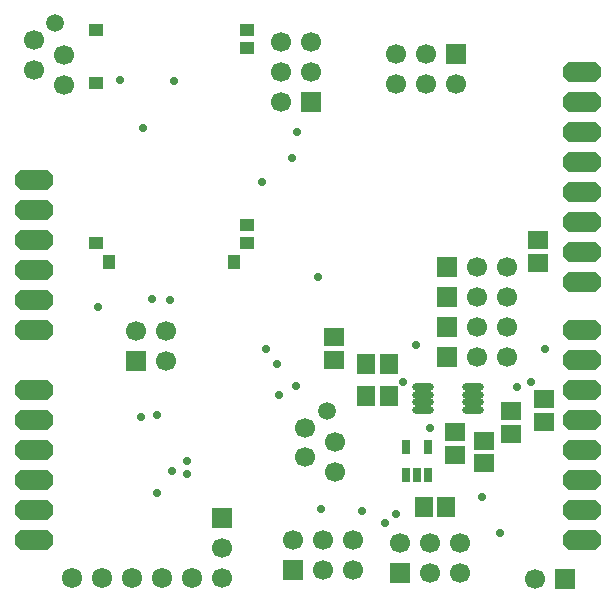
<source format=gbs>
%FSAX42Y42*%
%MOMM*%
G71*
G01*
G75*
G04 Layer_Color=16711935*
%ADD10R,1.70X1.70*%
%ADD11O,0.65X0.20*%
%ADD12O,0.20X0.65*%
%ADD13R,1.60X1.30*%
%ADD14R,1.30X1.60*%
%ADD15R,1.10X0.60*%
%ADD16R,1.40X1.00*%
%ADD17R,0.23X0.60*%
%ADD18R,0.60X0.23*%
%ADD19C,0.25*%
%ADD20C,0.24*%
%ADD21C,0.20*%
%ADD22C,1.50*%
%ADD23R,1.50X1.50*%
%ADD24R,1.50X1.50*%
%ADD25C,1.30*%
G04:AMPARAMS|DCode=26|XSize=3mm|YSize=1.5mm|CornerRadius=0mm|HoleSize=0mm|Usage=FLASHONLY|Rotation=0.000|XOffset=0mm|YOffset=0mm|HoleType=Round|Shape=Octagon|*
%AMOCTAGOND26*
4,1,8,1.50,-0.38,1.50,0.38,1.13,0.75,-1.13,0.75,-1.50,0.38,-1.50,-0.38,-1.13,-0.75,1.13,-0.75,1.50,-0.38,0.0*
%
%ADD26OCTAGOND26*%

%ADD27C,1.52*%
%ADD28C,0.50*%
%ADD29R,1.02X0.91*%
%ADD30R,0.91X1.02*%
%ADD31O,1.65X0.48*%
%ADD32R,0.60X1.10*%
%ADD33C,0.25*%
%ADD34C,0.60*%
%ADD35C,0.30*%
%ADD36C,0.10*%
%ADD37C,0.13*%
%ADD38R,1.90X1.90*%
%ADD39O,0.85X0.40*%
%ADD40O,0.40X0.85*%
%ADD41R,1.80X1.50*%
%ADD42R,1.50X1.80*%
%ADD43R,1.30X0.80*%
%ADD44R,1.60X1.20*%
%ADD45C,1.70*%
%ADD46R,1.70X1.70*%
G04:AMPARAMS|DCode=47|XSize=3.2mm|YSize=1.7mm|CornerRadius=0mm|HoleSize=0mm|Usage=FLASHONLY|Rotation=0.000|XOffset=0mm|YOffset=0mm|HoleType=Round|Shape=Octagon|*
%AMOCTAGOND47*
4,1,8,1.60,-0.42,1.60,0.42,1.18,0.85,-1.18,0.85,-1.60,0.42,-1.60,-0.42,-1.18,-0.85,1.18,-0.85,1.60,-0.42,0.0*
%
%ADD47OCTAGOND47*%

%ADD48C,1.72*%
%ADD49C,0.70*%
%ADD50R,1.22X1.11*%
%ADD51R,1.11X1.22*%
%ADD52O,1.85X0.68*%
%ADD53R,0.80X1.30*%
D10*
X004270Y003208D02*
D03*
X006177Y005330D02*
D03*
X005027Y006732D02*
D03*
D22*
X002862Y007395D02*
D03*
X005158Y004112D02*
D03*
D41*
X006950Y005558D02*
D03*
Y005367D02*
D03*
X006997Y004210D02*
D03*
Y004020D02*
D03*
X006243Y003740D02*
D03*
Y003930D02*
D03*
X006487Y003670D02*
D03*
Y003860D02*
D03*
X006720Y004108D02*
D03*
Y003917D02*
D03*
X005220Y004735D02*
D03*
Y004545D02*
D03*
D42*
X005495Y004237D02*
D03*
X005685D02*
D03*
X005982Y003297D02*
D03*
X006172D02*
D03*
X005495Y004510D02*
D03*
X005685D02*
D03*
D45*
X006034Y002996D02*
D03*
X006288D02*
D03*
X006034Y002742D02*
D03*
X006288D02*
D03*
X005780Y002996D02*
D03*
X003799Y004791D02*
D03*
X003545D02*
D03*
X003799Y004537D02*
D03*
X006923Y002693D02*
D03*
X004270Y002700D02*
D03*
Y002954D02*
D03*
X006685Y005330D02*
D03*
X006431D02*
D03*
X002936Y006874D02*
D03*
X002682Y007001D02*
D03*
X002936Y007128D02*
D03*
X002682Y007255D02*
D03*
X006685Y005076D02*
D03*
X006431D02*
D03*
X006685Y004822D02*
D03*
X006431D02*
D03*
X006685Y004568D02*
D03*
X006431D02*
D03*
X004873Y003019D02*
D03*
X005127Y002765D02*
D03*
Y003019D02*
D03*
X005381Y002765D02*
D03*
Y003019D02*
D03*
X004978Y003972D02*
D03*
Y003719D02*
D03*
X005232Y003846D02*
D03*
Y003592D02*
D03*
X004773Y007240D02*
D03*
X005027D02*
D03*
X004773Y006986D02*
D03*
X005027D02*
D03*
X004773Y006732D02*
D03*
X005747Y006883D02*
D03*
Y007138D02*
D03*
X006001Y006883D02*
D03*
Y007138D02*
D03*
X006255Y006883D02*
D03*
D46*
X005780Y002742D02*
D03*
X003545Y004537D02*
D03*
X007177Y002693D02*
D03*
X006177Y005076D02*
D03*
Y004822D02*
D03*
X006177Y004568D02*
D03*
X004873Y002765D02*
D03*
X006255Y007138D02*
D03*
D47*
X002677Y003273D02*
D03*
Y003019D02*
D03*
Y003527D02*
D03*
Y003781D02*
D03*
Y004289D02*
D03*
Y004035D02*
D03*
X002680Y005051D02*
D03*
X002677Y004797D02*
D03*
Y005559D02*
D03*
Y005305D02*
D03*
Y006067D02*
D03*
Y005813D02*
D03*
X007323Y006473D02*
D03*
Y004035D02*
D03*
Y003781D02*
D03*
Y004543D02*
D03*
Y004289D02*
D03*
Y003273D02*
D03*
Y003019D02*
D03*
Y003527D02*
D03*
Y006219D02*
D03*
Y005965D02*
D03*
Y006981D02*
D03*
Y006727D02*
D03*
Y005203D02*
D03*
Y004797D02*
D03*
Y005711D02*
D03*
Y005457D02*
D03*
D48*
X003254Y002700D02*
D03*
X003762D02*
D03*
X004016D02*
D03*
X003508D02*
D03*
X003000D02*
D03*
D49*
X003219Y004989D02*
D03*
X003828Y005053D02*
D03*
X004867Y006255D02*
D03*
X004905Y006475D02*
D03*
X003683Y005058D02*
D03*
X003583Y004065D02*
D03*
X003725Y004078D02*
D03*
X004902Y004320D02*
D03*
X003725Y003417D02*
D03*
X004753Y004245D02*
D03*
X003972Y003580D02*
D03*
X003978Y003685D02*
D03*
X003847Y003605D02*
D03*
X003212Y006888D02*
D03*
X004645Y004640D02*
D03*
X004483Y005540D02*
D03*
X003603Y006507D02*
D03*
X003865Y006910D02*
D03*
X005685Y004237D02*
D03*
X005685Y004510D02*
D03*
X006997Y004020D02*
D03*
X006722Y004108D02*
D03*
X006245Y003735D02*
D03*
X006770Y004317D02*
D03*
X006885Y004355D02*
D03*
X007005Y004633D02*
D03*
X004488Y007340D02*
D03*
X003410Y006912D02*
D03*
X006030Y003967D02*
D03*
X006630Y003075D02*
D03*
X005745Y003238D02*
D03*
X005808Y004358D02*
D03*
X004478Y005692D02*
D03*
X004608Y006055D02*
D03*
X005917Y004670D02*
D03*
X006472Y003388D02*
D03*
X005455Y003267D02*
D03*
X005655Y003167D02*
D03*
X005972Y004120D02*
D03*
X005110Y003280D02*
D03*
X005925Y003570D02*
D03*
X005215Y004508D02*
D03*
X004740Y004512D02*
D03*
X005083Y005245D02*
D03*
D50*
X003208Y007340D02*
D03*
Y006888D02*
D03*
Y005537D02*
D03*
X004480D02*
D03*
Y005688D02*
D03*
Y007188D02*
D03*
Y007340D02*
D03*
D51*
X003319Y005377D02*
D03*
X004370D02*
D03*
D52*
X005972Y004315D02*
D03*
Y004250D02*
D03*
Y004185D02*
D03*
X006397Y004315D02*
D03*
Y004185D02*
D03*
Y004120D02*
D03*
Y004250D02*
D03*
X005972Y004120D02*
D03*
D53*
X005830Y003810D02*
D03*
X006020D02*
D03*
X005830Y003570D02*
D03*
X006020D02*
D03*
X005925D02*
D03*
M02*

</source>
